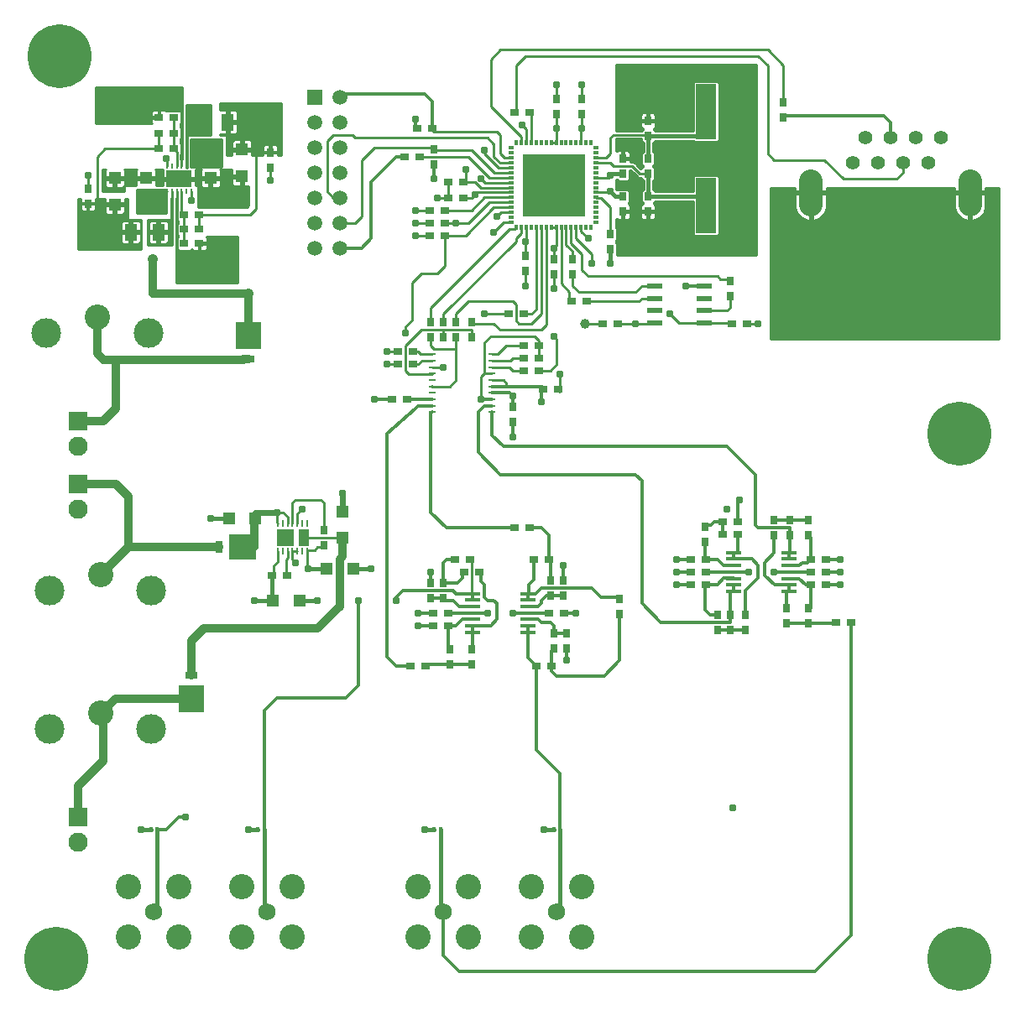
<source format=gbr>
G75*
G70*
%OFA0B0*%
%FSLAX24Y24*%
%IPPOS*%
%LPD*%
%AMOC8*
5,1,8,0,0,1.08239X$1,22.5*
%
%ADD10R,0.0295X0.0110*%
%ADD11R,0.0126X0.0217*%
%ADD12R,0.0217X0.0126*%
%ADD13R,0.2500X0.2500*%
%ADD14R,0.0830X0.2200*%
%ADD15R,0.0591X0.0209*%
%ADD16R,0.0590X0.0590*%
%ADD17C,0.0590*%
%ADD18R,0.0350X0.0300*%
%ADD19R,0.0300X0.0350*%
%ADD20R,0.0630X0.0138*%
%ADD21C,0.1005*%
%ADD22C,0.0690*%
%ADD23R,0.0140X0.0240*%
%ADD24C,0.0945*%
%ADD25C,0.0554*%
%ADD26R,0.0106X0.0236*%
%ADD27R,0.0984X0.0650*%
%ADD28R,0.0500X0.0650*%
%ADD29R,0.0500X0.0500*%
%ADD30R,0.1000X0.1050*%
%ADD31R,0.0500X0.0300*%
%ADD32C,0.2540*%
%ADD33R,0.0098X0.0276*%
%ADD34R,0.0701X0.0650*%
%ADD35R,0.0421X0.0650*%
%ADD36C,0.1004*%
%ADD37C,0.1181*%
%ADD38R,0.1050X0.1000*%
%ADD39R,0.0300X0.0500*%
%ADD40R,0.0768X0.0768*%
%ADD41C,0.0768*%
%ADD42C,0.0100*%
%ADD43C,0.0120*%
%ADD44C,0.0310*%
%ADD45C,0.0240*%
%ADD46C,0.0160*%
%ADD47C,0.0396*%
%ADD48C,0.0410*%
%ADD49C,0.0320*%
%ADD50C,0.0150*%
D10*
X016801Y023580D03*
X016801Y023836D03*
X016801Y024092D03*
X016801Y024348D03*
X016801Y024604D03*
X016801Y024860D03*
X016801Y025116D03*
X016801Y025372D03*
X016801Y025627D03*
X016801Y025883D03*
X019163Y025883D03*
X019163Y025627D03*
X019163Y025372D03*
X019163Y025116D03*
X019163Y024860D03*
X019163Y024604D03*
X019163Y024348D03*
X019163Y024092D03*
X019163Y023836D03*
X019163Y023580D03*
D11*
X020130Y030914D03*
X020327Y030914D03*
X020524Y030914D03*
X020721Y030914D03*
X020918Y030914D03*
X021115Y030914D03*
X021312Y030914D03*
X021508Y030914D03*
X021705Y030914D03*
X021902Y030914D03*
X022099Y030914D03*
X022296Y030914D03*
X022493Y030914D03*
X022689Y030914D03*
X022886Y030914D03*
X023083Y030914D03*
X023083Y034300D03*
X022886Y034300D03*
X022689Y034300D03*
X022493Y034300D03*
X022296Y034300D03*
X022099Y034300D03*
X021902Y034300D03*
X021705Y034300D03*
X021508Y034300D03*
X021312Y034300D03*
X021115Y034300D03*
X020918Y034300D03*
X020721Y034300D03*
X020524Y034300D03*
X020327Y034300D03*
X020130Y034300D03*
D12*
X019914Y034083D03*
X019914Y033886D03*
X019914Y033689D03*
X019914Y033493D03*
X019914Y033296D03*
X019914Y033099D03*
X019914Y032902D03*
X019914Y032705D03*
X019914Y032508D03*
X019914Y032312D03*
X019914Y032115D03*
X019914Y031918D03*
X019914Y031721D03*
X019914Y031524D03*
X019914Y031327D03*
X019914Y031130D03*
X023300Y031130D03*
X023300Y031327D03*
X023300Y031524D03*
X023300Y031721D03*
X023300Y031918D03*
X023300Y032115D03*
X023300Y032312D03*
X023300Y032508D03*
X023300Y032705D03*
X023300Y032902D03*
X023300Y033099D03*
X023300Y033296D03*
X023300Y033493D03*
X023300Y033689D03*
X023300Y033886D03*
X023300Y034083D03*
D13*
X021607Y032607D03*
D14*
X027657Y031787D03*
X027657Y035527D03*
D15*
X027589Y028593D03*
X027589Y028102D03*
X027589Y027611D03*
X027589Y027120D03*
X025625Y027120D03*
X025625Y027611D03*
X025625Y028102D03*
X025625Y028593D03*
D16*
X012107Y036107D03*
D17*
X013107Y036107D03*
X013107Y035107D03*
X013107Y034107D03*
X013107Y033107D03*
X012107Y033107D03*
X012107Y034107D03*
X012107Y035107D03*
X012107Y032107D03*
X013107Y032107D03*
X013107Y031107D03*
X012107Y031107D03*
X012107Y030107D03*
X013107Y030107D03*
D18*
X016682Y030607D03*
X016682Y031107D03*
X016682Y031607D03*
X017282Y031607D03*
X017282Y031107D03*
X017282Y030607D03*
X017432Y032107D03*
X018032Y032107D03*
X018032Y032732D03*
X017432Y032732D03*
X016282Y033732D03*
X015682Y033732D03*
X016182Y034857D03*
X016782Y034857D03*
X020057Y035482D03*
X020657Y035482D03*
X022307Y027982D03*
X022907Y027982D03*
X023557Y027107D03*
X024157Y027107D03*
X021782Y024482D03*
X021182Y024482D03*
X021032Y025232D03*
X021032Y025732D03*
X021032Y026232D03*
X020432Y026232D03*
X020432Y025732D03*
X020432Y025232D03*
X020407Y027482D03*
X019807Y027482D03*
X016032Y025982D03*
X016032Y025482D03*
X015432Y025482D03*
X015432Y025982D03*
X015182Y024107D03*
X015782Y024107D03*
X020057Y018982D03*
X020657Y018982D03*
X020807Y017732D03*
X021407Y017732D03*
X021432Y015607D03*
X022032Y015607D03*
X021532Y013482D03*
X020932Y013482D03*
X017407Y015107D03*
X017407Y015607D03*
X016807Y015607D03*
X016807Y015107D03*
X016532Y013482D03*
X015932Y013482D03*
X018057Y017232D03*
X018282Y017732D03*
X017682Y017732D03*
X018657Y017232D03*
X011032Y017107D03*
X010432Y017107D03*
X007532Y030294D03*
X007532Y030857D03*
X007532Y031419D03*
X006932Y031419D03*
X006932Y030857D03*
X006932Y030294D03*
X006532Y034044D03*
X006532Y034669D03*
X005932Y034669D03*
X005932Y034044D03*
X005932Y035294D03*
X006532Y035294D03*
X027057Y017732D03*
X027057Y017232D03*
X027057Y016732D03*
X027657Y016732D03*
X027657Y017232D03*
X027657Y017732D03*
X028307Y018732D03*
X028307Y019232D03*
X028907Y019232D03*
X028907Y018732D03*
X031807Y017732D03*
X031807Y017232D03*
X031807Y016732D03*
X032407Y016732D03*
X032407Y017232D03*
X032407Y017732D03*
X032807Y015232D03*
X033407Y015232D03*
X029282Y027107D03*
X028682Y027107D03*
D19*
X028607Y028182D03*
X028607Y028782D03*
X025357Y031557D03*
X025357Y032157D03*
X025357Y033057D03*
X025357Y033657D03*
X025357Y034557D03*
X025357Y035157D03*
X024357Y033657D03*
X024357Y033057D03*
X024357Y032157D03*
X024357Y031557D03*
X023857Y030657D03*
X023857Y030057D03*
X022357Y029657D03*
X022357Y029057D03*
X021607Y029057D03*
X021607Y029657D03*
X020482Y029782D03*
X020482Y029182D03*
X018357Y027157D03*
X018357Y026557D03*
X017732Y026557D03*
X017232Y026557D03*
X016732Y026557D03*
X016732Y027157D03*
X017232Y027157D03*
X017732Y027157D03*
X019982Y023782D03*
X019982Y023182D03*
X021482Y016907D03*
X021482Y016307D03*
X021982Y016307D03*
X021982Y016907D03*
X022107Y014782D03*
X021607Y014782D03*
X021607Y014182D03*
X022107Y014182D03*
X024232Y015557D03*
X024232Y016157D03*
X027607Y018432D03*
X027607Y019032D03*
X030357Y019282D03*
X030357Y018682D03*
X030982Y018682D03*
X030982Y019282D03*
X031732Y019282D03*
X031732Y018682D03*
X031732Y015782D03*
X031732Y015182D03*
X030857Y015182D03*
X030857Y015782D03*
X029232Y015532D03*
X029232Y014932D03*
X028607Y014932D03*
X028107Y014932D03*
X028107Y015532D03*
X028607Y015532D03*
X018357Y014157D03*
X018357Y013557D03*
X017482Y013557D03*
X017482Y014157D03*
X017232Y016182D03*
X016732Y016182D03*
X016732Y016782D03*
X017232Y016782D03*
X012482Y018307D03*
X012482Y018907D03*
X003107Y031869D03*
X003107Y032469D03*
X010357Y033307D03*
X010357Y033907D03*
X016857Y034032D03*
X016857Y033432D03*
X021732Y035432D03*
X021732Y036032D03*
X022732Y036032D03*
X022732Y035432D03*
X030732Y035307D03*
X030732Y035907D03*
D20*
X030959Y018000D03*
X030959Y017744D03*
X030959Y017488D03*
X030959Y017232D03*
X030959Y016976D03*
X030959Y016720D03*
X030959Y016464D03*
X028754Y016464D03*
X028754Y016720D03*
X028754Y016976D03*
X028754Y017232D03*
X028754Y017488D03*
X028754Y017744D03*
X028754Y018000D03*
X020584Y016375D03*
X020584Y016119D03*
X020584Y015863D03*
X020584Y015607D03*
X020584Y015351D03*
X020584Y015095D03*
X020584Y014839D03*
X018379Y014839D03*
X018379Y015095D03*
X018379Y015351D03*
X018379Y015607D03*
X018379Y015863D03*
X018379Y016119D03*
X018379Y016375D03*
D21*
X018232Y004732D03*
X018232Y002732D03*
X016232Y002732D03*
X016232Y004732D03*
X020732Y004732D03*
X022732Y004732D03*
X022732Y002732D03*
X020732Y002732D03*
X011232Y002732D03*
X011232Y004732D03*
X009232Y004732D03*
X009232Y002732D03*
X006732Y002732D03*
X006732Y004732D03*
X004732Y004732D03*
X004732Y002732D03*
D22*
X005732Y003732D03*
X010232Y003732D03*
X017232Y003732D03*
X021732Y003732D03*
D23*
X021857Y006982D03*
X021607Y006982D03*
X017107Y006982D03*
X016857Y006982D03*
X010107Y006982D03*
X009857Y006982D03*
X005857Y006982D03*
X005607Y006982D03*
D24*
X031822Y031824D02*
X031822Y032769D01*
X038141Y032769D02*
X038141Y031824D01*
D25*
X036482Y033482D03*
X035482Y033482D03*
X034482Y033482D03*
X033482Y033482D03*
X033982Y034482D03*
X034982Y034482D03*
X035982Y034482D03*
X036982Y034482D03*
D26*
X007214Y033361D03*
X007021Y033361D03*
X006828Y033361D03*
X006635Y033361D03*
X006442Y033361D03*
X006250Y033361D03*
X006250Y032353D03*
X006442Y032353D03*
X006635Y032353D03*
X006828Y032353D03*
X007021Y032353D03*
X007214Y032353D03*
D27*
X006732Y032857D03*
D28*
X005907Y030732D03*
X004807Y030732D03*
X007557Y035107D03*
X008657Y035107D03*
D29*
X009232Y034012D03*
X009232Y032952D03*
X007982Y032877D03*
X007982Y033937D03*
X005419Y032887D03*
X005419Y031827D03*
X004169Y031827D03*
X004169Y032887D03*
X013232Y019637D03*
X013232Y018577D03*
X013637Y017357D03*
X012577Y017357D03*
X011512Y016107D03*
X010452Y016107D03*
X009762Y019357D03*
X008702Y019357D03*
D30*
X007232Y012207D03*
X009482Y026632D03*
D31*
X009482Y025707D03*
X007232Y013132D03*
D32*
X001857Y001857D03*
X001982Y037732D03*
X037732Y022732D03*
X037732Y001857D03*
D33*
X011822Y018056D03*
X011626Y018056D03*
X011429Y018056D03*
X011232Y018056D03*
X011035Y018056D03*
X010838Y018056D03*
X010641Y018056D03*
X010641Y019158D03*
X010838Y019158D03*
X011035Y019158D03*
X011232Y019158D03*
X011429Y019158D03*
X011626Y019158D03*
X011822Y019158D03*
D34*
X010937Y018607D03*
D35*
X011675Y018607D03*
D36*
X003607Y017112D03*
X003607Y011612D03*
X003482Y027362D03*
D37*
X005509Y026732D03*
X001454Y026732D03*
X001579Y016482D03*
X005634Y016482D03*
X005634Y010982D03*
X001579Y010982D03*
D38*
X009257Y018232D03*
D39*
X008332Y018232D03*
D40*
X002732Y020732D03*
X002732Y023232D03*
X002732Y007482D03*
D41*
X002732Y006482D03*
X002732Y019732D03*
X002732Y022232D03*
D42*
X006607Y028732D02*
X006607Y032085D01*
X006635Y032085D01*
X006635Y032352D01*
X006636Y032352D01*
X006636Y032085D01*
X006668Y032085D01*
X006668Y031636D01*
X006647Y031615D01*
X006647Y031224D01*
X006669Y031201D01*
X006669Y031075D01*
X006647Y031052D01*
X006647Y030661D01*
X006669Y030639D01*
X006669Y030512D01*
X006647Y030490D01*
X006647Y030099D01*
X006669Y030076D01*
X006669Y029982D01*
X007232Y029982D01*
X007232Y030057D01*
X007295Y029994D01*
X007507Y029994D01*
X007507Y030269D01*
X007557Y030269D01*
X007557Y029994D01*
X007769Y029994D01*
X007857Y030082D01*
X007857Y030269D01*
X007557Y030269D01*
X007557Y030319D01*
X007857Y030319D01*
X007857Y030506D01*
X007819Y030544D01*
X009044Y030544D01*
X009044Y028732D01*
X006607Y028732D01*
X006607Y028809D02*
X009044Y028809D01*
X009044Y028908D02*
X006607Y028908D01*
X006607Y029006D02*
X009044Y029006D01*
X009044Y029105D02*
X006607Y029105D01*
X006607Y029204D02*
X009044Y029204D01*
X009044Y029302D02*
X006607Y029302D01*
X006607Y029401D02*
X009044Y029401D01*
X009044Y029499D02*
X006607Y029499D01*
X006607Y029598D02*
X009044Y029598D01*
X009044Y029696D02*
X006607Y029696D01*
X006607Y029795D02*
X009044Y029795D01*
X009044Y029893D02*
X006607Y029893D01*
X006607Y029992D02*
X006669Y029992D01*
X006655Y030090D02*
X006607Y030090D01*
X006607Y030189D02*
X006647Y030189D01*
X006647Y030288D02*
X006607Y030288D01*
X006607Y030386D02*
X006647Y030386D01*
X006647Y030485D02*
X006607Y030485D01*
X006607Y030583D02*
X006669Y030583D01*
X006647Y030682D02*
X006607Y030682D01*
X006607Y030780D02*
X006647Y030780D01*
X006647Y030879D02*
X006607Y030879D01*
X006607Y030977D02*
X006647Y030977D01*
X006669Y031076D02*
X006607Y031076D01*
X006607Y031174D02*
X006669Y031174D01*
X006647Y031273D02*
X006607Y031273D01*
X006607Y031371D02*
X006647Y031371D01*
X006647Y031470D02*
X006607Y031470D01*
X006607Y031569D02*
X006647Y031569D01*
X006668Y031667D02*
X006607Y031667D01*
X006607Y031766D02*
X006668Y031766D01*
X006668Y031864D02*
X006607Y031864D01*
X006607Y031963D02*
X006668Y031963D01*
X006668Y032061D02*
X006607Y032061D01*
X006635Y032160D02*
X006636Y032160D01*
X006635Y032258D02*
X006636Y032258D01*
X006443Y032258D02*
X006442Y032258D01*
X006443Y032352D02*
X006443Y032085D01*
X006445Y032085D01*
X006445Y030232D01*
X005482Y030232D01*
X005482Y031232D01*
X006419Y031232D01*
X006419Y032085D01*
X006442Y032085D01*
X006442Y032352D01*
X006443Y032352D01*
X006442Y032160D02*
X006443Y032160D01*
X006445Y032061D02*
X006419Y032061D01*
X006419Y031963D02*
X006445Y031963D01*
X006445Y031864D02*
X006419Y031864D01*
X006419Y031766D02*
X006445Y031766D01*
X006445Y031667D02*
X006419Y031667D01*
X006419Y031569D02*
X006445Y031569D01*
X006445Y031470D02*
X006419Y031470D01*
X006419Y031371D02*
X006445Y031371D01*
X006445Y031273D02*
X006419Y031273D01*
X006445Y031174D02*
X006251Y031174D01*
X006219Y031207D02*
X005957Y031207D01*
X005957Y030782D01*
X005857Y030782D01*
X005857Y031207D01*
X005595Y031207D01*
X005507Y031119D01*
X005507Y030782D01*
X005857Y030782D01*
X005857Y030682D01*
X005957Y030682D01*
X005957Y030782D01*
X006307Y030782D01*
X006307Y031119D01*
X006219Y031207D01*
X006307Y031076D02*
X006445Y031076D01*
X006445Y030977D02*
X006307Y030977D01*
X006307Y030879D02*
X006445Y030879D01*
X006445Y030780D02*
X005957Y030780D01*
X005957Y030682D02*
X006307Y030682D01*
X006307Y030345D01*
X006219Y030257D01*
X005957Y030257D01*
X005957Y030682D01*
X005957Y030583D02*
X005857Y030583D01*
X005857Y030485D02*
X005957Y030485D01*
X005957Y030386D02*
X005857Y030386D01*
X005857Y030288D02*
X005957Y030288D01*
X005857Y030257D02*
X005857Y030682D01*
X005507Y030682D01*
X005507Y030345D01*
X005595Y030257D01*
X005857Y030257D01*
X005564Y030288D02*
X005482Y030288D01*
X005482Y030386D02*
X005507Y030386D01*
X005507Y030485D02*
X005482Y030485D01*
X005482Y030583D02*
X005507Y030583D01*
X005507Y030682D02*
X005482Y030682D01*
X005482Y030780D02*
X005857Y030780D01*
X005857Y030879D02*
X005957Y030879D01*
X005957Y030977D02*
X005857Y030977D01*
X005857Y031076D02*
X005957Y031076D01*
X005957Y031174D02*
X005857Y031174D01*
X005562Y031174D02*
X005482Y031174D01*
X005482Y031076D02*
X005507Y031076D01*
X005507Y030977D02*
X005482Y030977D01*
X005482Y030879D02*
X005507Y030879D01*
X005232Y030879D02*
X005207Y030879D01*
X005207Y030782D02*
X005207Y031119D01*
X005119Y031207D01*
X004857Y031207D01*
X004857Y030782D01*
X004757Y030782D01*
X004757Y031207D01*
X004495Y031207D01*
X004407Y031119D01*
X004407Y030782D01*
X004757Y030782D01*
X004757Y030682D01*
X004857Y030682D01*
X004857Y030782D01*
X005207Y030782D01*
X005232Y030780D02*
X004857Y030780D01*
X004857Y030682D02*
X005207Y030682D01*
X005207Y030345D01*
X005119Y030257D01*
X004857Y030257D01*
X004857Y030682D01*
X004857Y030583D02*
X004757Y030583D01*
X004757Y030485D02*
X004857Y030485D01*
X004857Y030386D02*
X004757Y030386D01*
X004757Y030288D02*
X004857Y030288D01*
X004757Y030257D02*
X004757Y030682D01*
X004407Y030682D01*
X004407Y030345D01*
X004495Y030257D01*
X004757Y030257D01*
X004464Y030288D02*
X002732Y030288D01*
X002732Y030386D02*
X004407Y030386D01*
X004407Y030485D02*
X002732Y030485D01*
X002732Y030583D02*
X004407Y030583D01*
X004407Y030682D02*
X002732Y030682D01*
X002732Y030780D02*
X004757Y030780D01*
X004757Y030879D02*
X004857Y030879D01*
X004857Y030977D02*
X004757Y030977D01*
X004757Y031076D02*
X004857Y031076D01*
X004857Y031174D02*
X004757Y031174D01*
X004669Y031232D02*
X005232Y031232D01*
X005232Y030044D01*
X002732Y030044D01*
X002732Y032044D01*
X002807Y032044D01*
X002807Y031894D01*
X003082Y031894D01*
X003082Y031844D01*
X003132Y031844D01*
X003132Y031894D01*
X003407Y031894D01*
X003407Y032044D01*
X003769Y032044D01*
X003769Y031877D01*
X004119Y031877D01*
X004119Y031777D01*
X003769Y031777D01*
X003769Y031515D01*
X003857Y031427D01*
X004119Y031427D01*
X004119Y031777D01*
X004219Y031777D01*
X004219Y031427D01*
X004481Y031427D01*
X004569Y031515D01*
X004569Y031777D01*
X004219Y031777D01*
X004219Y031877D01*
X004569Y031877D01*
X004569Y032044D01*
X004669Y032044D01*
X004669Y031232D01*
X004669Y031273D02*
X002732Y031273D01*
X002732Y031371D02*
X004669Y031371D01*
X004669Y031470D02*
X004525Y031470D01*
X004569Y031569D02*
X004669Y031569D01*
X004669Y031667D02*
X004569Y031667D01*
X004569Y031766D02*
X004669Y031766D01*
X004669Y031864D02*
X004219Y031864D01*
X004219Y031766D02*
X004119Y031766D01*
X004119Y031864D02*
X003132Y031864D01*
X003132Y031844D02*
X003407Y031844D01*
X003407Y031632D01*
X003319Y031544D01*
X003132Y031544D01*
X003132Y031844D01*
X003082Y031844D02*
X003082Y031544D01*
X002895Y031544D01*
X002807Y031632D01*
X002807Y031844D01*
X003082Y031844D01*
X003082Y031864D02*
X002732Y031864D01*
X002732Y031766D02*
X002807Y031766D01*
X002807Y031667D02*
X002732Y031667D01*
X002732Y031569D02*
X002870Y031569D01*
X002732Y031470D02*
X003814Y031470D01*
X003769Y031569D02*
X003343Y031569D01*
X003407Y031667D02*
X003769Y031667D01*
X003769Y031766D02*
X003407Y031766D01*
X003482Y031794D02*
X003482Y033732D01*
X003794Y034044D01*
X005932Y034044D01*
X005932Y034044D01*
X005932Y034669D01*
X005645Y035044D02*
X003419Y035044D01*
X003419Y036482D01*
X006857Y036482D01*
X006857Y033629D01*
X006828Y033629D01*
X006795Y033629D01*
X006795Y033827D01*
X006817Y033849D01*
X006817Y034240D01*
X006794Y034262D01*
X006794Y034451D01*
X006817Y034474D01*
X006817Y034865D01*
X006794Y034887D01*
X006794Y035076D01*
X006817Y035099D01*
X006817Y035490D01*
X006794Y035512D01*
X006794Y035544D01*
X006762Y035544D01*
X006752Y035554D01*
X006311Y035554D01*
X006301Y035544D01*
X006219Y035544D01*
X006169Y035594D01*
X005957Y035594D01*
X005957Y035320D01*
X005907Y035320D01*
X005907Y035594D01*
X005695Y035594D01*
X005607Y035506D01*
X005607Y035319D01*
X005907Y035319D01*
X005907Y035269D01*
X005607Y035269D01*
X005607Y035082D01*
X005645Y035044D01*
X005607Y035116D02*
X003419Y035116D01*
X003419Y035215D02*
X005607Y035215D01*
X005607Y035412D02*
X003419Y035412D01*
X003419Y035510D02*
X005611Y035510D01*
X005907Y035510D02*
X005957Y035510D01*
X005957Y035412D02*
X005907Y035412D01*
X005907Y035313D02*
X003419Y035313D01*
X003419Y035609D02*
X006857Y035609D01*
X006857Y035707D02*
X003419Y035707D01*
X003419Y035806D02*
X006857Y035806D01*
X006857Y035904D02*
X003419Y035904D01*
X003419Y036003D02*
X006857Y036003D01*
X006857Y036102D02*
X003419Y036102D01*
X003419Y036200D02*
X006857Y036200D01*
X006857Y036299D02*
X003419Y036299D01*
X003419Y036397D02*
X006857Y036397D01*
X007019Y035794D02*
X007019Y033294D01*
X007044Y033294D01*
X007044Y034607D01*
X007982Y034607D01*
X007982Y035794D01*
X007019Y035794D01*
X007019Y035707D02*
X007982Y035707D01*
X007982Y035609D02*
X007019Y035609D01*
X007019Y035510D02*
X007982Y035510D01*
X007982Y035412D02*
X007019Y035412D01*
X007019Y035313D02*
X007982Y035313D01*
X007982Y035215D02*
X007019Y035215D01*
X007019Y035116D02*
X007982Y035116D01*
X007982Y035018D02*
X007019Y035018D01*
X007019Y034919D02*
X007982Y034919D01*
X007982Y034821D02*
X007019Y034821D01*
X007019Y034722D02*
X007982Y034722D01*
X007982Y034623D02*
X007019Y034623D01*
X007019Y034525D02*
X007044Y034525D01*
X007044Y034426D02*
X007019Y034426D01*
X007019Y034328D02*
X007044Y034328D01*
X007044Y034229D02*
X007019Y034229D01*
X007019Y034131D02*
X007044Y034131D01*
X007044Y034032D02*
X007019Y034032D01*
X007019Y033934D02*
X007044Y033934D01*
X007044Y033835D02*
X007019Y033835D01*
X007019Y033737D02*
X007044Y033737D01*
X007044Y033638D02*
X007019Y033638D01*
X007019Y033539D02*
X007044Y033539D01*
X007044Y033441D02*
X007019Y033441D01*
X007019Y033342D02*
X007044Y033342D01*
X007195Y033342D02*
X008419Y033342D01*
X008419Y033332D02*
X007195Y033332D01*
X007195Y034419D01*
X008419Y034419D01*
X008419Y033332D01*
X008419Y033441D02*
X007195Y033441D01*
X007195Y033539D02*
X008419Y033539D01*
X008419Y033638D02*
X007195Y033638D01*
X007195Y033737D02*
X008419Y033737D01*
X008419Y033835D02*
X007195Y033835D01*
X007195Y033934D02*
X008419Y033934D01*
X008419Y034032D02*
X007195Y034032D01*
X007195Y034131D02*
X008419Y034131D01*
X008419Y034229D02*
X007195Y034229D01*
X007195Y034328D02*
X008419Y034328D01*
X008607Y034328D02*
X008836Y034328D01*
X008832Y034324D02*
X008832Y034062D01*
X009182Y034062D01*
X009182Y034412D01*
X008920Y034412D01*
X008832Y034324D01*
X008832Y034229D02*
X008607Y034229D01*
X008607Y034131D02*
X008832Y034131D01*
X008832Y033962D02*
X008832Y033794D01*
X008607Y033794D01*
X008607Y034607D01*
X008357Y034607D01*
X008357Y034632D01*
X008607Y034632D01*
X008607Y035057D01*
X008707Y035057D01*
X008707Y035157D01*
X008607Y035157D01*
X008607Y035582D01*
X008357Y035582D01*
X008357Y035857D01*
X010794Y035857D01*
X010794Y033794D01*
X010657Y033794D01*
X010657Y033882D01*
X010382Y033882D01*
X010382Y033932D01*
X010657Y033932D01*
X010657Y034144D01*
X010569Y034232D01*
X010382Y034232D01*
X010382Y033932D01*
X010332Y033932D01*
X010332Y034232D01*
X010145Y034232D01*
X010057Y034144D01*
X010057Y033932D01*
X010332Y033932D01*
X010332Y033882D01*
X010057Y033882D01*
X010057Y033794D01*
X009632Y033794D01*
X009632Y033962D01*
X009282Y033962D01*
X009282Y034062D01*
X009182Y034062D01*
X009182Y033962D01*
X008832Y033962D01*
X008832Y033934D02*
X008607Y033934D01*
X008607Y034032D02*
X009182Y034032D01*
X009182Y034131D02*
X009282Y034131D01*
X009282Y034062D02*
X009282Y034412D01*
X009544Y034412D01*
X009632Y034324D01*
X009632Y034062D01*
X009282Y034062D01*
X009282Y034032D02*
X010057Y034032D01*
X010057Y033934D02*
X009632Y033934D01*
X009632Y033835D02*
X010057Y033835D01*
X009857Y033919D02*
X009794Y033857D01*
X009794Y031669D01*
X009544Y031419D01*
X007532Y031419D01*
X007532Y030857D01*
X007857Y030485D02*
X009044Y030485D01*
X009044Y030386D02*
X007857Y030386D01*
X007857Y030189D02*
X009044Y030189D01*
X009044Y030288D02*
X007557Y030288D01*
X007557Y030189D02*
X007507Y030189D01*
X007507Y030090D02*
X007557Y030090D01*
X007857Y030090D02*
X009044Y030090D01*
X009044Y029992D02*
X007232Y029992D01*
X006932Y030294D02*
X006932Y030857D01*
X006932Y031419D01*
X006828Y031441D01*
X006828Y032353D01*
X006782Y032607D02*
X006782Y032807D01*
X006782Y032907D01*
X006682Y032907D01*
X006682Y033124D01*
X006713Y033093D01*
X006782Y033093D01*
X006782Y032907D01*
X007374Y032907D01*
X007374Y033194D01*
X007377Y033197D01*
X007377Y033232D01*
X007624Y033232D01*
X007582Y033189D01*
X007582Y032927D01*
X007932Y032927D01*
X007932Y032827D01*
X008032Y032827D01*
X008032Y032477D01*
X008294Y032477D01*
X008382Y032565D01*
X008382Y032827D01*
X008032Y032827D01*
X008032Y032927D01*
X008382Y032927D01*
X008382Y033189D01*
X008339Y033232D01*
X008832Y033232D01*
X008832Y033002D01*
X009182Y033002D01*
X009182Y032902D01*
X009282Y032902D01*
X009282Y032552D01*
X009482Y032552D01*
X009482Y031794D01*
X009419Y031732D01*
X007482Y031732D01*
X007482Y031893D01*
X007497Y031929D01*
X007497Y032035D01*
X007482Y032071D01*
X007482Y032607D01*
X007374Y032607D01*
X007374Y032807D01*
X006782Y032807D01*
X006682Y032807D01*
X006090Y032807D01*
X006090Y032607D01*
X005819Y032607D01*
X005819Y032837D01*
X005469Y032837D01*
X005469Y032937D01*
X005819Y032937D01*
X005819Y033199D01*
X005786Y033232D01*
X006086Y033232D01*
X006086Y033197D01*
X006090Y033194D01*
X006090Y032907D01*
X006682Y032907D01*
X006682Y032807D01*
X006682Y032621D01*
X006751Y032621D01*
X006765Y032607D01*
X006782Y032607D01*
X006782Y032653D02*
X006682Y032653D01*
X006682Y032751D02*
X006782Y032751D01*
X006782Y032850D02*
X007932Y032850D01*
X007932Y032827D02*
X007582Y032827D01*
X007582Y032565D01*
X007670Y032477D01*
X007932Y032477D01*
X007932Y032827D01*
X007932Y032751D02*
X008032Y032751D01*
X008032Y032653D02*
X007932Y032653D01*
X007932Y032554D02*
X008032Y032554D01*
X008032Y032850D02*
X008832Y032850D01*
X008832Y032902D02*
X008832Y032640D01*
X008920Y032552D01*
X009182Y032552D01*
X009182Y032902D01*
X008832Y032902D01*
X008832Y033047D02*
X008382Y033047D01*
X008382Y033145D02*
X008832Y033145D01*
X008832Y032751D02*
X008382Y032751D01*
X008382Y032653D02*
X008832Y032653D01*
X008917Y032554D02*
X008371Y032554D01*
X008382Y032948D02*
X009182Y032948D01*
X009182Y032850D02*
X009282Y032850D01*
X009282Y032751D02*
X009182Y032751D01*
X009182Y032653D02*
X009282Y032653D01*
X009282Y032554D02*
X009182Y032554D01*
X009482Y032455D02*
X007482Y032455D01*
X007482Y032357D02*
X009482Y032357D01*
X009482Y032258D02*
X007482Y032258D01*
X007482Y032160D02*
X009482Y032160D01*
X009482Y032061D02*
X007486Y032061D01*
X007497Y031963D02*
X009482Y031963D01*
X009482Y031864D02*
X007482Y031864D01*
X007482Y031766D02*
X009453Y031766D01*
X010357Y032794D02*
X010357Y033307D01*
X010657Y033835D02*
X010794Y033835D01*
X010794Y033934D02*
X010657Y033934D01*
X010657Y034032D02*
X010794Y034032D01*
X010794Y034131D02*
X010657Y034131D01*
X010571Y034229D02*
X010794Y034229D01*
X010794Y034328D02*
X009628Y034328D01*
X009632Y034229D02*
X010142Y034229D01*
X010057Y034131D02*
X009632Y034131D01*
X009282Y034229D02*
X009182Y034229D01*
X009182Y034328D02*
X009282Y034328D01*
X008969Y034632D02*
X009057Y034720D01*
X009057Y035057D01*
X008707Y035057D01*
X008707Y034632D01*
X008969Y034632D01*
X009057Y034722D02*
X010794Y034722D01*
X010794Y034821D02*
X009057Y034821D01*
X009057Y034919D02*
X010794Y034919D01*
X010794Y035018D02*
X009057Y035018D01*
X009057Y035157D02*
X009057Y035494D01*
X008969Y035582D01*
X008707Y035582D01*
X008707Y035157D01*
X009057Y035157D01*
X009057Y035215D02*
X010794Y035215D01*
X010794Y035313D02*
X009057Y035313D01*
X009057Y035412D02*
X010794Y035412D01*
X010794Y035510D02*
X009040Y035510D01*
X008707Y035510D02*
X008607Y035510D01*
X008607Y035412D02*
X008707Y035412D01*
X008707Y035313D02*
X008607Y035313D01*
X008607Y035215D02*
X008707Y035215D01*
X008707Y035116D02*
X010794Y035116D01*
X010794Y034623D02*
X008357Y034623D01*
X008607Y034525D02*
X010794Y034525D01*
X010794Y034426D02*
X008607Y034426D01*
X008607Y034722D02*
X008707Y034722D01*
X008707Y034821D02*
X008607Y034821D01*
X008607Y034919D02*
X008707Y034919D01*
X008707Y035018D02*
X008607Y035018D01*
X008357Y035609D02*
X010794Y035609D01*
X010794Y035707D02*
X008357Y035707D01*
X008357Y035806D02*
X010794Y035806D01*
X010382Y034229D02*
X010332Y034229D01*
X010332Y034131D02*
X010382Y034131D01*
X010382Y034032D02*
X010332Y034032D01*
X010332Y033934D02*
X010382Y033934D01*
X008832Y033835D02*
X008607Y033835D01*
X007582Y033145D02*
X007374Y033145D01*
X007374Y033047D02*
X007582Y033047D01*
X007582Y032948D02*
X007374Y032948D01*
X007374Y032751D02*
X007582Y032751D01*
X007582Y032653D02*
X007374Y032653D01*
X007482Y032554D02*
X007593Y032554D01*
X007214Y032353D02*
X007214Y031982D01*
X007232Y031982D01*
X006682Y032850D02*
X005469Y032850D01*
X005369Y032850D02*
X004219Y032850D01*
X004219Y032837D02*
X004219Y032937D01*
X004569Y032937D01*
X004569Y033199D01*
X004536Y033232D01*
X005052Y033232D01*
X005019Y033199D01*
X005019Y032937D01*
X005369Y032937D01*
X005369Y032837D01*
X005019Y032837D01*
X005019Y032607D01*
X004569Y032607D01*
X004569Y032837D01*
X004219Y032837D01*
X004219Y032487D01*
X004481Y032487D01*
X004544Y032550D01*
X004544Y032357D01*
X003669Y032357D01*
X003669Y033232D01*
X003802Y033232D01*
X003769Y033199D01*
X003769Y032937D01*
X004119Y032937D01*
X004119Y032837D01*
X003769Y032837D01*
X003769Y032575D01*
X003857Y032487D01*
X004119Y032487D01*
X004119Y032837D01*
X004219Y032837D01*
X004219Y032751D02*
X004119Y032751D01*
X004119Y032653D02*
X004219Y032653D01*
X004219Y032554D02*
X004119Y032554D01*
X004119Y032850D02*
X003669Y032850D01*
X003669Y032948D02*
X003769Y032948D01*
X003769Y033047D02*
X003669Y033047D01*
X003669Y033145D02*
X003769Y033145D01*
X003769Y032751D02*
X003669Y032751D01*
X003669Y032653D02*
X003769Y032653D01*
X003790Y032554D02*
X003669Y032554D01*
X003669Y032455D02*
X004544Y032455D01*
X004544Y032357D02*
X003669Y032357D01*
X003769Y031963D02*
X003407Y031963D01*
X003132Y031766D02*
X003082Y031766D01*
X003082Y031667D02*
X003132Y031667D01*
X003132Y031569D02*
X003082Y031569D01*
X002807Y031963D02*
X002732Y031963D01*
X003107Y032469D02*
X003107Y032982D01*
X004119Y031667D02*
X004219Y031667D01*
X004219Y031569D02*
X004119Y031569D01*
X004119Y031470D02*
X004219Y031470D01*
X004462Y031174D02*
X002732Y031174D01*
X002732Y031076D02*
X004407Y031076D01*
X004407Y030977D02*
X002732Y030977D01*
X002732Y030879D02*
X004407Y030879D01*
X005151Y031174D02*
X005232Y031174D01*
X005232Y031076D02*
X005207Y031076D01*
X005207Y030977D02*
X005232Y030977D01*
X005232Y030682D02*
X005207Y030682D01*
X005207Y030583D02*
X005232Y030583D01*
X005232Y030485D02*
X005207Y030485D01*
X005207Y030386D02*
X005232Y030386D01*
X005232Y030288D02*
X005150Y030288D01*
X005232Y030189D02*
X002732Y030189D01*
X002732Y030090D02*
X005232Y030090D01*
X006250Y030288D02*
X006445Y030288D01*
X006445Y030386D02*
X006307Y030386D01*
X006307Y030485D02*
X006445Y030485D01*
X006445Y030583D02*
X006307Y030583D01*
X006307Y030682D02*
X006445Y030682D01*
X006232Y031482D02*
X005044Y031482D01*
X005044Y032419D01*
X006232Y032419D01*
X006232Y031482D01*
X006232Y031569D02*
X005044Y031569D01*
X005044Y031667D02*
X006232Y031667D01*
X006232Y031766D02*
X005044Y031766D01*
X005044Y031864D02*
X006232Y031864D01*
X006232Y031963D02*
X005044Y031963D01*
X005044Y032061D02*
X006232Y032061D01*
X006232Y032160D02*
X005044Y032160D01*
X005044Y032258D02*
X006232Y032258D01*
X006250Y032353D02*
X006250Y032357D01*
X005669Y032357D01*
X005669Y031982D01*
X006232Y032357D02*
X005044Y032357D01*
X005019Y032653D02*
X004569Y032653D01*
X004569Y032751D02*
X005019Y032751D01*
X005019Y032948D02*
X004569Y032948D01*
X004569Y033047D02*
X005019Y033047D01*
X005019Y033145D02*
X004569Y033145D01*
X004569Y031963D02*
X004669Y031963D01*
X005819Y032653D02*
X006090Y032653D01*
X006090Y032751D02*
X005819Y032751D01*
X005819Y032948D02*
X006090Y032948D01*
X006090Y033047D02*
X005819Y033047D01*
X005819Y033145D02*
X006090Y033145D01*
X006250Y033361D02*
X006250Y033669D01*
X006232Y033669D01*
X006532Y034044D02*
X006532Y034669D01*
X006532Y035294D01*
X006532Y035294D01*
X006817Y035313D02*
X006857Y035313D01*
X006857Y035215D02*
X006817Y035215D01*
X006817Y035116D02*
X006857Y035116D01*
X006857Y035018D02*
X006794Y035018D01*
X006794Y034919D02*
X006857Y034919D01*
X006857Y034821D02*
X006817Y034821D01*
X006817Y034722D02*
X006857Y034722D01*
X006857Y034623D02*
X006817Y034623D01*
X006817Y034525D02*
X006857Y034525D01*
X006857Y034426D02*
X006794Y034426D01*
X006794Y034328D02*
X006857Y034328D01*
X006857Y034229D02*
X006817Y034229D01*
X006817Y034131D02*
X006857Y034131D01*
X006857Y034032D02*
X006817Y034032D01*
X006817Y033934D02*
X006857Y033934D01*
X006857Y033835D02*
X006803Y033835D01*
X006795Y033737D02*
X006857Y033737D01*
X006857Y033638D02*
X006795Y033638D01*
X006828Y033629D02*
X006828Y033361D01*
X006828Y033361D01*
X006828Y033629D01*
X006828Y033539D02*
X006828Y033539D01*
X006828Y033441D02*
X006828Y033441D01*
X006635Y033361D02*
X006635Y033941D01*
X006532Y034044D01*
X006532Y034669D02*
X006532Y034669D01*
X006817Y035412D02*
X006857Y035412D01*
X006857Y035510D02*
X006796Y035510D01*
X006782Y033047D02*
X006682Y033047D01*
X006682Y032948D02*
X006782Y032948D01*
X012607Y032357D02*
X012607Y034357D01*
X012857Y034607D01*
X013607Y034607D01*
X013732Y034482D01*
X018982Y034482D01*
X019232Y034232D01*
X019232Y033732D01*
X019471Y033493D01*
X019914Y033493D01*
X019914Y033689D02*
X019649Y033689D01*
X019482Y033857D01*
X019482Y034607D01*
X019357Y034732D01*
X016857Y034732D01*
X016782Y034807D01*
X016782Y034857D01*
X016782Y034107D02*
X016857Y034032D01*
X016907Y033982D01*
X018357Y033982D01*
X019240Y033099D01*
X019914Y033099D01*
X019914Y033296D02*
X019418Y033296D01*
X018857Y033857D01*
X018857Y033982D01*
X018232Y033732D02*
X016282Y033732D01*
X016782Y034107D02*
X014482Y034107D01*
X013982Y033607D01*
X013982Y031357D01*
X013732Y031107D01*
X013107Y031107D01*
X013107Y032107D02*
X012857Y032107D01*
X012607Y032357D01*
X016107Y031607D02*
X016682Y031607D01*
X016682Y031107D02*
X016107Y031107D01*
X016107Y030607D02*
X016682Y030607D01*
X017232Y030557D02*
X017282Y030607D01*
X017282Y029407D01*
X016982Y029107D01*
X016357Y029107D01*
X015982Y028732D01*
X015982Y027232D01*
X015732Y026982D01*
X015732Y026732D01*
X015732Y026232D02*
X016357Y026857D01*
X017232Y026857D01*
X018357Y026857D01*
X018357Y026557D01*
X018857Y026357D02*
X018866Y026348D01*
X018866Y025116D01*
X018732Y024982D01*
X018732Y024107D01*
X019163Y024860D02*
X019604Y024860D01*
X019732Y024732D01*
X019732Y024604D01*
X019163Y025116D02*
X018866Y025116D01*
X019163Y025372D02*
X019842Y025372D01*
X019982Y025232D01*
X020432Y025232D01*
X020432Y025732D02*
X019982Y025732D01*
X019877Y025627D01*
X019163Y025627D01*
X019163Y025883D02*
X019383Y025883D01*
X019732Y026232D01*
X020432Y026232D01*
X020857Y026607D02*
X019107Y026607D01*
X018857Y026357D01*
X019482Y026857D02*
X019232Y027107D01*
X018407Y027107D01*
X018357Y027157D01*
X018857Y027482D02*
X019807Y027482D01*
X020107Y027232D02*
X020107Y027857D01*
X019982Y027982D01*
X018232Y027982D01*
X017732Y027482D01*
X017732Y027157D01*
X017232Y027157D02*
X017232Y027482D01*
X020107Y030357D01*
X020107Y030482D01*
X020327Y030702D01*
X020327Y030914D01*
X020130Y030914D02*
X020073Y030857D01*
X019857Y030857D01*
X016732Y027732D01*
X016732Y027157D01*
X017232Y026857D02*
X017232Y026557D01*
X017732Y026557D02*
X017732Y026107D01*
X017732Y024857D01*
X017482Y024607D01*
X016798Y024607D01*
X016792Y025107D02*
X015857Y025107D01*
X015732Y025232D01*
X015732Y026232D01*
X016032Y025982D02*
X016232Y025982D01*
X016330Y025883D01*
X016801Y025883D01*
X016857Y026107D02*
X017732Y026107D01*
X016857Y026107D02*
X016732Y026232D01*
X016732Y026557D01*
X016801Y025627D02*
X016377Y025627D01*
X016232Y025482D01*
X016032Y025482D01*
X015432Y025482D02*
X014982Y025482D01*
X014982Y025982D02*
X015432Y025982D01*
X016801Y025372D02*
X017217Y025372D01*
X017232Y025357D01*
X016801Y025116D02*
X016792Y025107D01*
X019482Y026857D02*
X021107Y026857D01*
X021312Y027062D01*
X021312Y030914D01*
X021508Y030914D02*
X021705Y030914D01*
X021705Y030205D01*
X021607Y030107D01*
X021607Y029657D01*
X021607Y029057D02*
X021607Y028482D01*
X021902Y028687D02*
X022232Y028357D01*
X022232Y028057D01*
X022307Y027982D01*
X022607Y028357D02*
X022357Y028607D01*
X022357Y029057D01*
X022732Y029232D02*
X022982Y028982D01*
X028107Y028982D01*
X028232Y028857D01*
X028532Y028857D01*
X028607Y028782D01*
X028607Y028182D02*
X028607Y027732D01*
X028486Y027611D01*
X027589Y027611D01*
X027589Y027120D02*
X026593Y027120D01*
X026232Y027482D01*
X025625Y027120D02*
X025611Y027107D01*
X024857Y027107D01*
X024157Y027107D01*
X023557Y027107D02*
X023532Y027082D01*
X022857Y027082D01*
X022907Y027982D02*
X024982Y027982D01*
X025107Y028107D01*
X025620Y028107D01*
X025625Y028102D01*
X025625Y028593D02*
X025611Y028607D01*
X025107Y028607D01*
X024857Y028357D01*
X022607Y028357D01*
X021902Y028687D02*
X021902Y030914D01*
X022099Y030914D02*
X022099Y030240D01*
X022357Y029982D01*
X022357Y029657D01*
X022732Y029857D02*
X022732Y029232D01*
X023107Y029482D02*
X023107Y029857D01*
X022482Y030482D01*
X022482Y030903D01*
X022493Y030914D01*
X022689Y030914D02*
X022689Y030774D01*
X022982Y030482D01*
X022732Y029857D02*
X022296Y030293D01*
X022296Y030914D01*
X021115Y030914D02*
X021115Y027490D01*
X020732Y027107D01*
X020232Y027107D01*
X020107Y027232D01*
X020407Y027482D02*
X020732Y027482D01*
X020918Y027668D01*
X020918Y030914D01*
X020524Y030914D02*
X020524Y030399D01*
X020482Y030357D01*
X020482Y029782D01*
X020482Y029182D02*
X020482Y028607D01*
X020857Y026607D02*
X021032Y026432D01*
X021032Y025732D01*
X021032Y026232D01*
X021607Y026607D02*
X021732Y026482D01*
X021732Y025482D01*
X021482Y025232D01*
X021032Y025232D01*
X021857Y025107D02*
X021857Y024407D01*
X021782Y024482D01*
X018107Y030607D02*
X017282Y030607D01*
X017282Y031107D02*
X017732Y031107D01*
X018232Y031107D01*
X019043Y031918D01*
X019914Y031918D01*
X019914Y032115D02*
X018865Y032115D01*
X018357Y031607D01*
X017282Y031607D01*
X017432Y032107D02*
X016982Y032107D01*
X017432Y032107D02*
X017432Y032732D01*
X018032Y032732D02*
X018107Y032807D01*
X018107Y033232D01*
X018032Y032732D02*
X018482Y032732D01*
X018705Y032508D01*
X019914Y032508D01*
X019914Y032312D02*
X018562Y032312D01*
X018482Y032232D01*
X018357Y032107D01*
X018032Y032107D01*
X018732Y032857D02*
X018883Y032705D01*
X019914Y032705D01*
X019914Y032902D02*
X019062Y032902D01*
X018232Y033732D01*
X019107Y035732D02*
X020327Y034511D01*
X020327Y034300D01*
X020524Y034300D02*
X020524Y034814D01*
X020357Y034982D01*
X020721Y035418D02*
X020657Y035482D01*
X020721Y035418D02*
X020721Y034300D01*
X021508Y034300D02*
X021705Y034300D01*
X021705Y034830D01*
X021732Y034857D01*
X021732Y035432D01*
X021732Y036032D02*
X021732Y036607D01*
X022732Y036607D02*
X022732Y036032D01*
X022732Y035432D02*
X022732Y034857D01*
X022689Y034814D01*
X022689Y034300D01*
X023300Y033689D02*
X023689Y033689D01*
X023857Y033857D01*
X023857Y034482D01*
X023982Y034607D01*
X025307Y034607D01*
X025357Y034557D01*
X024732Y033357D02*
X023982Y033357D01*
X023846Y033493D01*
X023300Y033493D01*
X023300Y032902D02*
X023777Y032902D01*
X023857Y032982D01*
X023857Y032357D02*
X023812Y032312D01*
X023300Y032312D01*
X023300Y032115D02*
X023308Y032107D01*
X023482Y032107D01*
X023857Y031732D01*
X023857Y030657D01*
X025032Y033057D02*
X025357Y033057D01*
X025032Y033057D02*
X024732Y033357D01*
X020482Y037732D02*
X029732Y037732D01*
X030107Y037357D01*
X030107Y033857D01*
X030357Y033607D01*
X032357Y033607D01*
X033107Y032857D01*
X035232Y032857D01*
X035482Y033107D01*
X035482Y033482D01*
X037519Y032482D02*
X037519Y032347D01*
X038091Y032347D01*
X038091Y032247D01*
X037519Y032247D01*
X037519Y031700D01*
X037614Y031472D01*
X037789Y031297D01*
X038017Y031202D01*
X038091Y031202D01*
X038091Y032247D01*
X038191Y032247D01*
X038191Y032347D01*
X038764Y032347D01*
X038764Y032482D01*
X039277Y032482D01*
X039277Y026482D01*
X030232Y026482D01*
X030232Y032482D01*
X031200Y032482D01*
X031200Y032347D01*
X031772Y032347D01*
X031772Y032247D01*
X031200Y032247D01*
X031200Y031700D01*
X031295Y031472D01*
X031470Y031297D01*
X031699Y031202D01*
X031772Y031202D01*
X031772Y032247D01*
X031872Y032247D01*
X031872Y031202D01*
X031946Y031202D01*
X032175Y031297D01*
X032350Y031472D01*
X032445Y031700D01*
X032445Y032247D01*
X031873Y032247D01*
X031873Y032347D01*
X032445Y032347D01*
X032445Y032482D01*
X037519Y032482D01*
X037519Y032455D02*
X032445Y032455D01*
X032445Y032357D02*
X037519Y032357D01*
X037519Y032160D02*
X032445Y032160D01*
X032445Y032061D02*
X037519Y032061D01*
X037519Y031963D02*
X032445Y031963D01*
X032445Y031864D02*
X037519Y031864D01*
X037519Y031766D02*
X032445Y031766D01*
X032431Y031667D02*
X037533Y031667D01*
X037573Y031569D02*
X032390Y031569D01*
X032348Y031470D02*
X037615Y031470D01*
X037714Y031371D02*
X032250Y031371D01*
X032118Y031273D02*
X037846Y031273D01*
X038091Y031273D02*
X038191Y031273D01*
X038191Y031202D02*
X038265Y031202D01*
X038494Y031297D01*
X038669Y031472D01*
X038764Y031700D01*
X038764Y032247D01*
X038191Y032247D01*
X038191Y031202D01*
X038191Y031371D02*
X038091Y031371D01*
X038091Y031470D02*
X038191Y031470D01*
X038191Y031569D02*
X038091Y031569D01*
X038091Y031667D02*
X038191Y031667D01*
X038191Y031766D02*
X038091Y031766D01*
X038091Y031864D02*
X038191Y031864D01*
X038191Y031963D02*
X038091Y031963D01*
X038091Y032061D02*
X038191Y032061D01*
X038191Y032160D02*
X038091Y032160D01*
X038091Y032258D02*
X031873Y032258D01*
X031872Y032160D02*
X031772Y032160D01*
X031772Y032258D02*
X030232Y032258D01*
X030232Y032160D02*
X031200Y032160D01*
X031200Y032061D02*
X030232Y032061D01*
X030232Y031963D02*
X031200Y031963D01*
X031200Y031864D02*
X030232Y031864D01*
X030232Y031766D02*
X031200Y031766D01*
X031214Y031667D02*
X030232Y031667D01*
X030232Y031569D02*
X031255Y031569D01*
X031296Y031470D02*
X030232Y031470D01*
X030232Y031371D02*
X031395Y031371D01*
X031527Y031273D02*
X030232Y031273D01*
X030232Y031174D02*
X039277Y031174D01*
X039277Y031076D02*
X030232Y031076D01*
X030232Y030977D02*
X039277Y030977D01*
X039277Y030879D02*
X030232Y030879D01*
X030232Y030780D02*
X039277Y030780D01*
X039277Y030682D02*
X030232Y030682D01*
X030232Y030583D02*
X039277Y030583D01*
X039277Y030485D02*
X030232Y030485D01*
X030232Y030386D02*
X039277Y030386D01*
X039277Y030288D02*
X030232Y030288D01*
X030232Y030189D02*
X039277Y030189D01*
X039277Y030090D02*
X030232Y030090D01*
X030232Y029992D02*
X039277Y029992D01*
X039277Y029893D02*
X030232Y029893D01*
X030232Y029795D02*
X039277Y029795D01*
X039277Y029696D02*
X030232Y029696D01*
X030232Y029598D02*
X039277Y029598D01*
X039277Y029499D02*
X030232Y029499D01*
X030232Y029401D02*
X039277Y029401D01*
X039277Y029302D02*
X030232Y029302D01*
X030232Y029204D02*
X039277Y029204D01*
X039277Y029105D02*
X030232Y029105D01*
X030232Y029006D02*
X039277Y029006D01*
X039277Y028908D02*
X030232Y028908D01*
X030232Y028809D02*
X039277Y028809D01*
X039277Y028711D02*
X030232Y028711D01*
X030232Y028612D02*
X039277Y028612D01*
X039277Y028514D02*
X030232Y028514D01*
X030232Y028415D02*
X039277Y028415D01*
X039277Y028317D02*
X030232Y028317D01*
X030232Y028218D02*
X039277Y028218D01*
X039277Y028120D02*
X030232Y028120D01*
X030232Y028021D02*
X039277Y028021D01*
X039277Y027922D02*
X030232Y027922D01*
X030232Y027824D02*
X039277Y027824D01*
X039277Y027725D02*
X030232Y027725D01*
X030232Y027627D02*
X039277Y027627D01*
X039277Y027528D02*
X030232Y027528D01*
X030232Y027430D02*
X039277Y027430D01*
X039277Y027331D02*
X030232Y027331D01*
X030232Y027233D02*
X039277Y027233D01*
X039277Y027134D02*
X030232Y027134D01*
X030232Y027036D02*
X039277Y027036D01*
X039277Y026937D02*
X030232Y026937D01*
X030232Y026839D02*
X039277Y026839D01*
X039277Y026740D02*
X030232Y026740D01*
X030232Y026641D02*
X039277Y026641D01*
X039277Y026543D02*
X030232Y026543D01*
X029732Y027107D02*
X029282Y027107D01*
X028682Y027107D02*
X028668Y027120D01*
X027589Y027120D01*
X031772Y031273D02*
X031872Y031273D01*
X031872Y031371D02*
X031772Y031371D01*
X031772Y031470D02*
X031872Y031470D01*
X031872Y031569D02*
X031772Y031569D01*
X031772Y031667D02*
X031872Y031667D01*
X031872Y031766D02*
X031772Y031766D01*
X031772Y031864D02*
X031872Y031864D01*
X031872Y031963D02*
X031772Y031963D01*
X031772Y032061D02*
X031872Y032061D01*
X031200Y032357D02*
X030232Y032357D01*
X030232Y032455D02*
X031200Y032455D01*
X030732Y035907D02*
X030732Y037357D01*
X030107Y037982D01*
X019482Y037982D01*
X019107Y037607D01*
X019107Y035732D01*
X020057Y035482D02*
X020107Y035532D01*
X020107Y037357D01*
X020482Y037732D01*
X019914Y031721D02*
X019221Y031721D01*
X018107Y030607D01*
X019232Y030732D02*
X019630Y031130D01*
X019914Y031130D01*
X019914Y031524D02*
X019524Y031524D01*
X019357Y031357D01*
X012357Y020107D02*
X011357Y020107D01*
X011232Y019982D01*
X011232Y019158D01*
X011429Y019158D02*
X011429Y019554D01*
X011607Y019732D01*
X011035Y019429D02*
X010857Y019607D01*
X010607Y019607D01*
X010607Y019192D01*
X010641Y019158D01*
X011035Y019158D02*
X011035Y019429D01*
X010982Y018607D02*
X010937Y018607D01*
X011035Y018056D02*
X011035Y017785D01*
X010982Y017732D01*
X010982Y017157D01*
X011032Y017107D01*
X010482Y017157D02*
X010482Y017482D01*
X010641Y017641D01*
X010641Y018056D01*
X011232Y018056D02*
X011232Y017732D01*
X011357Y017607D01*
X011429Y018056D02*
X011232Y018056D01*
X011822Y018056D02*
X011822Y018107D01*
X012107Y018107D01*
X012232Y018232D01*
X012407Y018232D01*
X012482Y018307D01*
X012482Y018907D02*
X012482Y019982D01*
X012357Y020107D01*
X011735Y018607D02*
X013202Y018607D01*
X013211Y018606D01*
X013220Y018601D01*
X013226Y018595D01*
X013231Y018586D01*
X013232Y018577D01*
X011735Y018607D02*
X011705Y018577D01*
X011675Y018607D01*
X011822Y018056D02*
X011822Y017357D01*
X011857Y017357D01*
X010482Y017157D02*
X010432Y017107D01*
X018282Y017732D02*
X018357Y017657D01*
X018357Y016397D01*
X018379Y016375D01*
X038191Y032258D02*
X039277Y032258D01*
X039277Y032160D02*
X038764Y032160D01*
X038764Y032061D02*
X039277Y032061D01*
X039277Y031963D02*
X038764Y031963D01*
X038764Y031864D02*
X039277Y031864D01*
X039277Y031766D02*
X038764Y031766D01*
X038750Y031667D02*
X039277Y031667D01*
X039277Y031569D02*
X038709Y031569D01*
X038667Y031470D02*
X039277Y031470D01*
X039277Y031371D02*
X038569Y031371D01*
X038437Y031273D02*
X039277Y031273D01*
X039277Y032357D02*
X038764Y032357D01*
X038764Y032455D02*
X039277Y032455D01*
D43*
X034982Y034482D02*
X034982Y035107D01*
X034732Y035357D01*
X030732Y035357D01*
X030732Y035307D01*
X027575Y028607D02*
X026857Y028607D01*
X027575Y028607D02*
X027589Y028593D01*
X028482Y022232D02*
X029607Y021107D01*
X029607Y019107D01*
X029732Y018982D01*
X030982Y018982D01*
X030982Y018682D01*
X030982Y018022D01*
X030959Y018000D01*
X030959Y017744D01*
X030959Y017488D02*
X031363Y017488D01*
X031482Y017607D01*
X031682Y017607D01*
X031807Y017732D01*
X031807Y018607D01*
X031732Y018682D01*
X031732Y019282D02*
X030982Y019282D01*
X030357Y019282D01*
X030357Y018682D02*
X030357Y017982D01*
X029982Y017607D01*
X029982Y017107D01*
X030369Y016720D01*
X030959Y016720D01*
X030959Y016464D01*
X030857Y016464D01*
X030857Y015782D01*
X030857Y015182D02*
X031732Y015182D01*
X032807Y015182D01*
X032807Y015232D01*
X033407Y015232D02*
X033407Y002782D01*
X031982Y001357D01*
X017857Y001357D01*
X017232Y001982D01*
X017232Y003732D01*
X021857Y006982D02*
X021857Y009232D01*
X020932Y010157D01*
X020932Y013482D01*
X020584Y013829D01*
X020584Y014839D01*
X020584Y015095D01*
X020584Y015351D02*
X020590Y015357D01*
X020982Y015357D01*
X021107Y015232D01*
X021482Y015232D01*
X021607Y015107D01*
X021607Y014782D01*
X022107Y014782D01*
X022107Y014182D02*
X022107Y013732D01*
X021532Y013482D02*
X021532Y013307D01*
X021732Y013107D01*
X023607Y013107D01*
X024232Y013732D01*
X024232Y015557D01*
X024232Y016157D02*
X024157Y016232D01*
X023482Y016232D01*
X023107Y016607D01*
X021107Y016607D01*
X020875Y016375D01*
X020584Y016375D01*
X020584Y016119D01*
X020584Y016375D02*
X020607Y016397D01*
X020607Y016732D01*
X020807Y016932D01*
X020807Y017732D01*
X021407Y017732D02*
X021407Y018682D01*
X021107Y018982D01*
X020657Y018982D01*
X020057Y018982D02*
X017357Y018982D01*
X016732Y019607D01*
X016732Y023511D01*
X016801Y023580D01*
X016801Y023836D02*
X016211Y023836D01*
X016107Y023732D01*
X014982Y022732D01*
X014982Y013857D01*
X015357Y013482D01*
X015932Y013482D01*
X016532Y013482D02*
X016607Y013557D01*
X017482Y013557D01*
X018357Y013557D01*
X018357Y014157D02*
X018379Y014179D01*
X018379Y014839D01*
X018379Y015095D01*
X018391Y015107D01*
X019107Y015107D01*
X019357Y015357D01*
X019357Y015982D01*
X019232Y016107D01*
X018982Y016107D01*
X018857Y016232D01*
X018857Y016732D01*
X018732Y016857D01*
X018732Y017157D01*
X018657Y017232D01*
X018057Y017232D02*
X017982Y017157D01*
X017982Y016982D01*
X017782Y016782D01*
X017232Y016782D01*
X017232Y017607D01*
X017357Y017732D01*
X017682Y017732D01*
X016732Y017232D02*
X016732Y016782D01*
X016732Y016182D02*
X017232Y016182D01*
X017307Y016107D01*
X017607Y016107D01*
X017851Y015863D01*
X018379Y015863D01*
X018379Y016119D02*
X018379Y016375D01*
X018362Y016357D01*
X017732Y016357D01*
X017607Y016482D01*
X015607Y016482D01*
X015357Y016232D01*
X015357Y016107D01*
X016232Y015607D02*
X016807Y015607D01*
X016807Y015107D02*
X016232Y015107D01*
X017407Y015107D02*
X017407Y014232D01*
X017482Y014157D01*
X017407Y015107D02*
X017732Y015107D01*
X017982Y015357D01*
X017988Y015351D01*
X018379Y015351D01*
X018379Y015607D02*
X018982Y015607D01*
X018379Y015607D02*
X017407Y015607D01*
X019982Y015607D02*
X020584Y015607D01*
X021432Y015607D01*
X021107Y015982D02*
X020988Y015863D01*
X020584Y015863D01*
X020590Y015857D01*
X021107Y015982D02*
X021107Y016107D01*
X021307Y016307D01*
X021482Y016307D01*
X021982Y016307D01*
X021982Y016907D02*
X021982Y017482D01*
X021482Y017657D02*
X021482Y016907D01*
X021482Y017657D02*
X021407Y017732D01*
X022032Y015607D02*
X022482Y015607D01*
X021607Y014182D02*
X021532Y014107D01*
X021532Y013482D01*
X025107Y015982D02*
X025857Y015232D01*
X028607Y015232D01*
X028607Y015532D01*
X028607Y016464D01*
X028754Y016464D01*
X028754Y016720D01*
X028754Y016976D02*
X028749Y016982D01*
X028357Y016982D01*
X028107Y016732D01*
X027657Y016732D01*
X027607Y016682D01*
X027607Y015732D01*
X027807Y015532D01*
X028107Y015532D01*
X028107Y014932D02*
X028607Y014932D01*
X029232Y014932D01*
X029232Y015532D02*
X029232Y016482D01*
X029732Y016982D01*
X029732Y017482D01*
X029470Y017744D01*
X028754Y017744D01*
X028754Y018000D01*
X028907Y018000D01*
X028907Y018732D01*
X028907Y019232D02*
X028907Y020032D01*
X028982Y020107D01*
X028307Y019232D02*
X027982Y019232D01*
X027857Y019107D01*
X027682Y019107D01*
X027607Y019032D01*
X027607Y018432D02*
X027607Y017732D01*
X027657Y017732D01*
X028107Y017732D01*
X028357Y017482D01*
X028749Y017482D01*
X028754Y017488D01*
X028754Y017232D02*
X029357Y017232D01*
X028754Y017232D02*
X027657Y017232D01*
X027057Y017232D02*
X026482Y017232D01*
X026482Y017732D02*
X027057Y017732D01*
X027057Y016732D02*
X026482Y016732D01*
X025107Y015982D02*
X025107Y020857D01*
X024857Y021107D01*
X019482Y021107D01*
X018607Y021982D01*
X018607Y023607D01*
X018836Y023836D01*
X019163Y023836D01*
X019163Y023580D02*
X019163Y022676D01*
X019607Y022232D01*
X028482Y022232D01*
X028307Y019232D02*
X028307Y018732D01*
X030357Y017232D02*
X030959Y017232D01*
X031807Y017232D01*
X031807Y016732D02*
X031607Y016732D01*
X031363Y016976D01*
X030959Y016976D01*
X031807Y016732D02*
X031807Y015782D01*
X031732Y015782D01*
X032407Y016732D02*
X032982Y016732D01*
X032982Y017232D02*
X032407Y017232D01*
X032407Y017732D02*
X032982Y017732D01*
X021182Y024482D02*
X021107Y024432D01*
X021107Y023982D01*
X021182Y024482D02*
X021154Y024604D01*
X019732Y024604D01*
X019163Y024604D01*
X019172Y024357D02*
X019163Y024348D01*
X019172Y024357D02*
X019857Y024357D01*
X019982Y024232D01*
X019982Y023782D01*
X019982Y023182D02*
X019982Y022607D01*
X019163Y024092D02*
X018747Y024092D01*
X018732Y024107D01*
X016801Y024092D02*
X015797Y024092D01*
X015782Y024107D01*
X015182Y024107D02*
X014482Y024107D01*
X016798Y024607D02*
X016801Y024604D01*
X013982Y030107D02*
X013107Y030107D01*
X013982Y030107D02*
X014357Y030482D01*
X014357Y032732D01*
X015357Y033732D01*
X015682Y033732D01*
X016107Y034857D02*
X016107Y035232D01*
X016107Y034857D02*
X016182Y034857D01*
X016782Y034857D02*
X016782Y035932D01*
X016482Y036232D01*
X013232Y036232D01*
X013107Y036107D01*
X016857Y033432D02*
X016857Y032857D01*
X009757Y019362D02*
X009762Y019357D01*
X013857Y016107D02*
X013857Y012732D01*
X013357Y012232D01*
X010607Y012232D01*
X010107Y011732D01*
X010107Y006982D01*
X006982Y007482D02*
X006732Y007482D01*
X006232Y006982D01*
X005857Y006982D01*
D44*
X005232Y006982D03*
X006982Y007482D03*
X009482Y006982D03*
X016482Y006982D03*
X021232Y006982D03*
X022107Y013732D03*
X022482Y015607D03*
X021982Y017482D03*
X019982Y015607D03*
X018982Y015607D03*
X016732Y017232D03*
X016232Y015607D03*
X016232Y015107D03*
X015357Y016107D03*
X014357Y017357D03*
X013857Y016107D03*
X012232Y016107D03*
X011857Y017357D03*
X011357Y017607D03*
X010982Y018607D03*
X010607Y019607D03*
X011607Y019732D03*
X013232Y020357D03*
X014482Y024107D03*
X014982Y025482D03*
X014982Y025982D03*
X015732Y026732D03*
X017232Y025357D03*
X018732Y024107D03*
X019982Y024232D03*
X021107Y023982D03*
X021857Y025107D03*
X021607Y026607D03*
X021607Y028482D03*
X020482Y028607D03*
X021607Y030107D03*
X020482Y030357D03*
X019232Y030732D03*
X019357Y031357D03*
X018482Y032232D03*
X018732Y032857D03*
X018107Y033232D03*
X018857Y033982D03*
X020357Y034982D03*
X021732Y034857D03*
X022732Y034857D03*
X024357Y035107D03*
X024357Y034107D03*
X023857Y032982D03*
X023857Y032357D03*
X024357Y031107D03*
X024357Y030107D03*
X023857Y029482D03*
X023107Y029482D03*
X022982Y030482D03*
X025357Y030107D03*
X026357Y030107D03*
X027357Y030107D03*
X028357Y030107D03*
X029357Y030107D03*
X029357Y031107D03*
X029357Y032107D03*
X029357Y033107D03*
X029357Y034107D03*
X029357Y035107D03*
X029357Y036107D03*
X029357Y037107D03*
X028357Y037107D03*
X027357Y037107D03*
X026357Y037107D03*
X025357Y037107D03*
X024357Y037107D03*
X024357Y036107D03*
X022732Y036607D03*
X021732Y036607D03*
X016857Y032857D03*
X016982Y032107D03*
X016107Y031607D03*
X016107Y031107D03*
X016107Y030607D03*
X017732Y031107D03*
X018857Y027482D03*
X019982Y022607D03*
X024857Y027107D03*
X026232Y027482D03*
X026857Y028607D03*
X029732Y027107D03*
X028982Y020107D03*
X028482Y019732D03*
X026482Y017732D03*
X026482Y017232D03*
X026482Y016732D03*
X029357Y017232D03*
X030357Y017232D03*
X032982Y017232D03*
X032982Y017732D03*
X032982Y016732D03*
X028732Y007857D03*
X009732Y016107D03*
X007982Y019357D03*
X007232Y031982D03*
X006232Y033669D03*
X003107Y032982D03*
X010357Y032794D03*
X016107Y035232D03*
D45*
X013232Y020357D02*
X013232Y019637D01*
X010607Y019607D02*
X009757Y019607D01*
X009757Y019362D01*
D46*
X008702Y019357D02*
X007982Y019357D01*
X010432Y017107D02*
X010432Y016127D01*
X010452Y016107D01*
X009732Y016107D01*
X011512Y016107D02*
X012232Y016107D01*
X012577Y017357D02*
X011857Y017357D01*
X013637Y017357D02*
X014357Y017357D01*
X016482Y006982D02*
X016857Y006982D01*
X017107Y006982D02*
X017107Y003857D01*
X017232Y003732D01*
X021232Y006982D02*
X021607Y006982D01*
X021857Y006982D02*
X021857Y003857D01*
X021732Y003732D01*
X010232Y003732D02*
X010107Y003857D01*
X010107Y006982D01*
X009857Y006982D02*
X009482Y006982D01*
X005857Y006982D02*
X005857Y003857D01*
X005732Y003732D01*
X005607Y006982D02*
X005232Y006982D01*
X024147Y029857D02*
X024147Y030290D01*
X024107Y030330D01*
X024107Y030384D01*
X024147Y030424D01*
X024147Y030890D01*
X024107Y030930D01*
X024107Y031227D01*
X024132Y031202D01*
X024357Y031202D01*
X024581Y031202D01*
X024687Y031307D01*
X024687Y031557D01*
X024687Y031806D01*
X024608Y031885D01*
X024647Y031924D01*
X024647Y032390D01*
X024565Y032472D01*
X024149Y032472D01*
X024134Y032457D01*
X024107Y032524D01*
X024107Y032784D01*
X024149Y032742D01*
X024565Y032742D01*
X024647Y032824D01*
X024647Y033167D01*
X024653Y033167D01*
X024842Y032978D01*
X024953Y032867D01*
X025067Y032867D01*
X025067Y032824D01*
X025137Y032754D01*
X025137Y032460D01*
X025067Y032390D01*
X025067Y031924D01*
X025106Y031885D01*
X025027Y031806D01*
X025027Y031557D01*
X025356Y031557D01*
X025356Y031557D01*
X025027Y031557D01*
X025027Y031307D01*
X025132Y031202D01*
X025357Y031202D01*
X025581Y031202D01*
X025687Y031307D01*
X025687Y031557D01*
X025687Y031806D01*
X025608Y031885D01*
X025647Y031924D01*
X025647Y031937D01*
X027102Y031937D01*
X027102Y030629D01*
X027184Y030547D01*
X028130Y030547D01*
X028212Y030629D01*
X028212Y032945D01*
X028130Y033027D01*
X027184Y033027D01*
X027102Y032945D01*
X027102Y032377D01*
X025647Y032377D01*
X025647Y032390D01*
X025577Y032460D01*
X025577Y032754D01*
X025647Y032824D01*
X025647Y033290D01*
X025580Y033357D01*
X025647Y033424D01*
X025647Y033890D01*
X025577Y033960D01*
X025577Y034254D01*
X025647Y034324D01*
X025647Y034337D01*
X027134Y034337D01*
X027184Y034287D01*
X028130Y034287D01*
X028212Y034369D01*
X028212Y036685D01*
X028130Y036767D01*
X027184Y036767D01*
X027102Y036685D01*
X027102Y034777D01*
X025647Y034777D01*
X025647Y034790D01*
X025608Y034829D01*
X025687Y034907D01*
X025687Y035157D01*
X025687Y035406D01*
X025581Y035512D01*
X025357Y035512D01*
X025357Y035157D01*
X025357Y035157D01*
X025687Y035157D01*
X025357Y035157D01*
X025357Y035157D01*
X025357Y035512D01*
X025132Y035512D01*
X025027Y035406D01*
X025027Y035157D01*
X025356Y035157D01*
X025356Y035157D01*
X025027Y035157D01*
X025027Y034907D01*
X025106Y034829D01*
X025074Y034797D01*
X024107Y034797D01*
X024107Y037357D01*
X029607Y037357D01*
X029607Y029857D01*
X024147Y029857D01*
X024147Y029879D02*
X029607Y029879D01*
X029607Y030038D02*
X024147Y030038D01*
X024147Y030196D02*
X029607Y030196D01*
X029607Y030355D02*
X024107Y030355D01*
X024147Y030514D02*
X029607Y030514D01*
X029607Y030672D02*
X028212Y030672D01*
X028212Y030831D02*
X029607Y030831D01*
X029607Y030989D02*
X028212Y030989D01*
X028212Y031148D02*
X029607Y031148D01*
X029607Y031306D02*
X028212Y031306D01*
X028212Y031465D02*
X029607Y031465D01*
X029607Y031623D02*
X028212Y031623D01*
X028212Y031782D02*
X029607Y031782D01*
X029607Y031940D02*
X028212Y031940D01*
X028212Y032099D02*
X029607Y032099D01*
X029607Y032258D02*
X028212Y032258D01*
X028212Y032416D02*
X029607Y032416D01*
X029607Y032575D02*
X028212Y032575D01*
X028212Y032733D02*
X029607Y032733D01*
X029607Y032892D02*
X028212Y032892D01*
X027102Y032892D02*
X025647Y032892D01*
X025647Y033050D02*
X029607Y033050D01*
X029607Y033209D02*
X025647Y033209D01*
X025590Y033367D02*
X029607Y033367D01*
X029607Y033526D02*
X025647Y033526D01*
X025647Y033684D02*
X029607Y033684D01*
X029607Y033843D02*
X025647Y033843D01*
X025577Y034002D02*
X029607Y034002D01*
X029607Y034160D02*
X025577Y034160D01*
X025642Y034319D02*
X027152Y034319D01*
X027557Y034557D02*
X027607Y034607D01*
X027607Y035477D01*
X027657Y035527D01*
X028212Y035587D02*
X029607Y035587D01*
X029607Y035746D02*
X028212Y035746D01*
X028212Y035904D02*
X029607Y035904D01*
X029607Y036063D02*
X028212Y036063D01*
X028212Y036221D02*
X029607Y036221D01*
X029607Y036380D02*
X028212Y036380D01*
X028212Y036538D02*
X029607Y036538D01*
X029607Y036697D02*
X028200Y036697D01*
X027114Y036697D02*
X024107Y036697D01*
X024107Y036855D02*
X029607Y036855D01*
X029607Y037014D02*
X024107Y037014D01*
X024107Y037172D02*
X029607Y037172D01*
X029607Y037331D02*
X024107Y037331D01*
X024107Y036538D02*
X027102Y036538D01*
X027102Y036380D02*
X024107Y036380D01*
X024107Y036221D02*
X027102Y036221D01*
X027102Y036063D02*
X024107Y036063D01*
X024107Y035904D02*
X027102Y035904D01*
X027102Y035746D02*
X024107Y035746D01*
X024107Y035587D02*
X027102Y035587D01*
X027102Y035428D02*
X025665Y035428D01*
X025687Y035270D02*
X027102Y035270D01*
X027102Y035111D02*
X025687Y035111D01*
X025687Y034953D02*
X027102Y034953D01*
X027102Y034794D02*
X025642Y034794D01*
X025357Y034557D02*
X027557Y034557D01*
X028162Y034319D02*
X029607Y034319D01*
X029607Y034477D02*
X028212Y034477D01*
X028212Y034636D02*
X029607Y034636D01*
X029607Y034794D02*
X028212Y034794D01*
X028212Y034953D02*
X029607Y034953D01*
X029607Y035111D02*
X028212Y035111D01*
X028212Y035270D02*
X029607Y035270D01*
X029607Y035428D02*
X028212Y035428D01*
X027102Y032733D02*
X025577Y032733D01*
X025577Y032575D02*
X027102Y032575D01*
X027102Y032416D02*
X025620Y032416D01*
X025357Y032157D02*
X027287Y032157D01*
X027657Y031787D01*
X027102Y031782D02*
X025687Y031782D01*
X025687Y031623D02*
X027102Y031623D01*
X027102Y031465D02*
X025687Y031465D01*
X025687Y031557D02*
X025357Y031557D01*
X025687Y031557D01*
X025686Y031306D02*
X027102Y031306D01*
X027102Y031148D02*
X024107Y031148D01*
X024107Y030989D02*
X027102Y030989D01*
X027102Y030831D02*
X024147Y030831D01*
X024147Y030672D02*
X027102Y030672D01*
X025357Y031202D02*
X025357Y031556D01*
X025357Y031556D01*
X025357Y031202D01*
X025357Y031306D02*
X025357Y031306D01*
X025357Y031465D02*
X025357Y031465D01*
X025357Y031557D02*
X025357Y031557D01*
X025027Y031623D02*
X024687Y031623D01*
X024687Y031557D02*
X024357Y031557D01*
X024357Y031557D01*
X024357Y030982D01*
X024357Y031202D02*
X024357Y031556D01*
X024357Y031556D01*
X024357Y031202D01*
X024357Y031306D02*
X024357Y031306D01*
X024357Y031465D02*
X024357Y031465D01*
X024357Y031557D02*
X024687Y031557D01*
X024687Y031465D02*
X025027Y031465D01*
X025028Y031306D02*
X024686Y031306D01*
X024687Y031782D02*
X025027Y031782D01*
X025067Y031940D02*
X024647Y031940D01*
X024647Y032099D02*
X025067Y032099D01*
X025067Y032258D02*
X024647Y032258D01*
X024620Y032416D02*
X025093Y032416D01*
X025137Y032575D02*
X024107Y032575D01*
X024107Y032524D02*
X024107Y032524D01*
X024107Y032733D02*
X025137Y032733D01*
X024928Y032892D02*
X024647Y032892D01*
X024647Y033050D02*
X024770Y033050D01*
X025067Y033290D02*
X024811Y033547D01*
X024687Y033547D01*
X024687Y033657D01*
X024687Y033906D01*
X024581Y034012D01*
X024357Y034012D01*
X024357Y033657D01*
X024357Y033657D01*
X024687Y033657D01*
X024357Y033657D01*
X024357Y033657D01*
X024357Y034012D01*
X024132Y034012D01*
X024107Y033986D01*
X024107Y034417D01*
X025067Y034417D01*
X025067Y034324D01*
X025137Y034254D01*
X025137Y033960D01*
X025067Y033890D01*
X025067Y033424D01*
X025134Y033357D01*
X025067Y033290D01*
X025123Y033367D02*
X024990Y033367D01*
X025067Y033526D02*
X024831Y033526D01*
X024687Y033684D02*
X025067Y033684D01*
X025067Y033843D02*
X024687Y033843D01*
X024592Y034002D02*
X025137Y034002D01*
X025137Y034160D02*
X024107Y034160D01*
X024107Y034002D02*
X024122Y034002D01*
X024357Y034002D02*
X024357Y034002D01*
X024357Y033843D02*
X024357Y033843D01*
X024357Y033684D02*
X024357Y033684D01*
X024107Y034319D02*
X025072Y034319D01*
X025357Y034557D02*
X025357Y033657D01*
X025357Y033057D02*
X025357Y032157D01*
X024357Y032157D02*
X024057Y032157D01*
X023857Y032357D01*
X023857Y032982D02*
X023932Y033057D01*
X024357Y033057D01*
X024107Y034953D02*
X025027Y034953D01*
X025027Y035111D02*
X024107Y035111D01*
X024107Y035270D02*
X025027Y035270D01*
X025049Y035428D02*
X024107Y035428D01*
X025357Y035428D02*
X025357Y035428D01*
X025357Y035270D02*
X025357Y035270D01*
D47*
X022107Y033107D03*
X022107Y032107D03*
X021107Y032107D03*
X021107Y033107D03*
X022857Y027082D03*
D48*
X030732Y026982D03*
X030732Y028482D03*
X030732Y029732D03*
X030732Y031232D03*
X032232Y026982D03*
X033732Y026982D03*
X035232Y026982D03*
X036482Y026982D03*
X037982Y026982D03*
X038982Y026982D03*
X038982Y028482D03*
X038982Y029732D03*
X038982Y031482D03*
X010389Y034782D03*
X010389Y035482D03*
X009482Y035482D03*
X009482Y034782D03*
X007982Y033982D03*
X006732Y032857D03*
X005669Y031982D03*
X003919Y030919D03*
X003919Y030419D03*
X003169Y030419D03*
X003169Y030919D03*
X005669Y029669D03*
X007044Y029607D03*
X007044Y029044D03*
X007607Y029044D03*
X008169Y029044D03*
X008169Y029607D03*
X007607Y029607D03*
X008169Y030232D03*
X008732Y030232D03*
X008732Y029607D03*
X008732Y029044D03*
X009482Y028294D03*
X005107Y035294D03*
X004419Y035294D03*
X003732Y035294D03*
X003732Y036232D03*
X004419Y036232D03*
X005107Y036232D03*
X005794Y036232D03*
X006482Y036232D03*
D49*
X005669Y029669D02*
X005669Y028294D01*
X009482Y028294D01*
X009482Y026632D01*
X009482Y025707D02*
X009294Y025707D01*
X009294Y025669D01*
X004232Y025669D01*
X004232Y023732D01*
X003732Y023232D01*
X002732Y023232D01*
X002732Y020732D02*
X004232Y020732D01*
X004732Y020232D01*
X004732Y018237D01*
X004727Y018232D01*
X008332Y018232D01*
X009257Y018232D02*
X009732Y018232D01*
X009732Y019337D01*
X009757Y019362D01*
X013107Y017732D02*
X013107Y015857D01*
X012232Y014982D01*
X007732Y014982D01*
X007232Y014482D01*
X007232Y013132D01*
X007232Y012207D02*
X004202Y012207D01*
X003607Y011612D01*
X003732Y011487D01*
X003732Y009732D01*
X002732Y008732D01*
X002732Y007482D01*
X003607Y017112D02*
X004727Y018232D01*
X004232Y025669D02*
X003732Y025669D01*
X003482Y025919D01*
X003482Y027362D01*
X013107Y017732D02*
X013232Y017857D01*
X013232Y018577D01*
X021607Y032607D02*
X022107Y033107D01*
D50*
X023857Y030057D02*
X023857Y029482D01*
M02*

</source>
